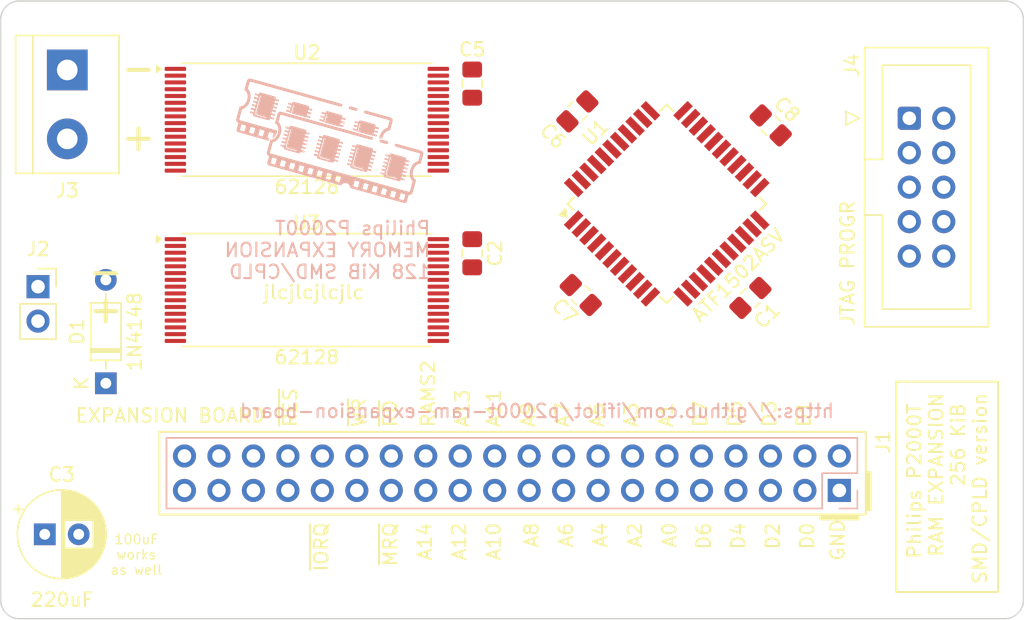
<source format=kicad_pcb>
(kicad_pcb (version 20241229) (generator "pcbnew") (generator_version "9.0")
  (title_block (title "Philips P2000T 64kb memory expansion board") (date "2024-05-20") (rev "4"))
  (layers (0 "F.Cu" signal) (2 "B.Cu" signal) (13 "F.Paste" user) (15 "B.Paste" user) (5 "F.SilkS" user "F.Silkscreen") (7 "B.SilkS" user "B.Silkscreen") (1 "F.Mask" user) (3 "B.Mask" user) (25 "Edge.Cuts" user))
  (net 0 "")
  (net 2 "D0")
  (net 3 "D1")
  (net 4 "D2")
  (net 5 "D3")
  (net 6 "D4")
  (net 7 "D5")
  (net 8 "D6")
  (net 9 "D7")
  (net 10 "A0")
  (net 11 "A1")
  (net 12 "A2")
  (net 13 "A3")
  (net 14 "A4")
  (net 15 "A5")
  (net 16 "A6")
  (net 17 "A7")
  (net 18 "A8")
  (net 19 "A9")
  (net 20 "A10")
  (net 21 "A11")
  (net 22 "A12")
  (net 23 "A13")
  (net 24 "A14")
  (net 25 "RAMS2")
  (net 26 "~{MRQ}")
  (net 27 "~{RD}")
  (net 28 "~{WR}")
  (net 29 "~{IORQ}")
  (net 30 "~{RES}")
  (net 40 "GND")
  (net 41 "~{CS2}")
  (net 44 "+5V")
  (net 46 "TMS")
  (net 47 "~{CS1}")
  (net 49 "TDO")
  (net 50 "TCK")
  (net 51 "TDI")
  (net 53 "VCC")
  (net 54 "R0")
  (net 55 "R2")
  (net 57 "R1")
  (net 58 "R3")
  (footprint "Capacitor_SMD:C_0805_2012Metric_Pad1.18x1.45mm_HandSolder" (layer "F.Cu") (at 92.5 66.3328 -135)
    (property "Reference" "C1" (at 0.0625 -1.8 45) (layer "F.SilkS"))
    (property "Value" "0.1uF")
    (pad "1" smd roundrect (at -1.0375 0 225) (size 1.175 1.45) (layers "F.Cu" "F.Mask" "F.Paste") (roundrect_rratio 0.212766) (net 44 "+5V"))
    (pad "2" smd roundrect (at 1.0375 0 225) (size 1.175 1.45) (layers "F.Cu" "F.Mask" "F.Paste") (roundrect_rratio 0.212766) (net 40 "GND"))
  )
  (footprint "Diode_THT:D_DO-35_SOD27_P7.62mm_Horizontal" (layer "F.Cu") (at 45 72.62 90)
    (property "Reference" "D1" (at 3.81 -2.12 270) (layer "F.SilkS"))
    (property "Value" "1N4148" (at 3.81 2.12 270) (layer "F.SilkS"))
    (fp_text user "K" (at 0 -1.8 270) (layer "F.SilkS"))
    (pad "1" thru_hole rect (at 0 0 90) (size 1.6 1.6) (drill 0.8) (layers "*.Cu" "*.Mask") (net 44 "+5V"))
    (pad "2" thru_hole oval (at 7.62 0 90) (size 1.6 1.6) (drill 0.8) (layers "*.Cu" "*.Mask") (net 53 "VCC"))
  )
  (footprint "Capacitor_SMD:C_0805_2012Metric_Pad1.18x1.45mm_HandSolder" (layer "F.Cu") (at 72 50.5375 -90)
    (property "Reference" "C5" (at -2.5185 0 0) (layer "F.SilkS"))
    (property "Value" "0.1uF")
    (pad "1" smd roundrect (at -1.0375 0 270) (size 1.175 1.45) (layers "F.Cu" "F.Mask" "F.Paste") (roundrect_rratio 0.212766) (net 44 "+5V"))
    (pad "2" smd roundrect (at 1.0375 0 270) (size 1.175 1.45) (layers "F.Cu" "F.Mask" "F.Paste") (roundrect_rratio 0.212766) (net 40 "GND"))
  )
  (footprint "Capacitor_SMD:C_0805_2012Metric_Pad1.18x1.45mm_HandSolder" (layer "F.Cu") (at 72 63.0375 -90)
    (property "Reference" "C2" (at 0 -1.68 90) (layer "F.SilkS"))
    (property "Value" "0.1uF")
    (pad "1" smd roundrect (at -1.0375 0 270) (size 1.175 1.45) (layers "F.Cu" "F.Mask" "F.Paste") (roundrect_rratio 0.212766) (net 44 "+5V"))
    (pad "2" smd roundrect (at 1.0375 0 270) (size 1.175 1.45) (layers "F.Cu" "F.Mask" "F.Paste") (roundrect_rratio 0.212766) (net 40 "GND"))
  )
  (footprint "Connector_IDC:IDC-Header_2x05_P2.54mm_Vertical" (layer "F.Cu") (at 104.21 53.09)
    (property "Reference" "J4" (at -4.21 -3.91 90) (layer "F.SilkS"))
    (property "Value" "Atmel-JTAG-10")
    (pad "1" thru_hole roundrect (at 0 0) (size 1.7 1.7) (drill 1) (layers "*.Cu" "*.Mask") (roundrect_rratio 0.147059) (net 50 "TCK"))
    (pad "2" thru_hole circle (at 2.54 0) (size 1.7 1.7) (drill 1) (layers "*.Cu" "*.Mask") (net 40 "GND"))
    (pad "3" thru_hole circle (at 0 2.54) (size 1.7 1.7) (drill 1) (layers "*.Cu" "*.Mask") (net 49 "TDO"))
    (pad "4" thru_hole circle (at 2.54 2.54) (size 1.7 1.7) (drill 1) (layers "*.Cu" "*.Mask") (net 44 "+5V"))
    (pad "5" thru_hole circle (at 0 5.08) (size 1.7 1.7) (drill 1) (layers "*.Cu" "*.Mask") (net 46 "TMS"))
    (pad "6" thru_hole circle (at 2.54 5.08) (size 1.7 1.7) (drill 1) (layers "*.Cu" "*.Mask"))
    (pad "7" thru_hole circle (at 0 7.62) (size 1.7 1.7) (drill 1) (layers "*.Cu" "*.Mask"))
    (pad "8" thru_hole circle (at 2.54 7.62) (size 1.7 1.7) (drill 1) (layers "*.Cu" "*.Mask"))
    (pad "9" thru_hole circle (at 0 10.16) (size 1.7 1.7) (drill 1) (layers "*.Cu" "*.Mask") (net 51 "TDI"))
    (pad "10" thru_hole circle (at 2.54 10.16) (size 1.7 1.7) (drill 1) (layers "*.Cu" "*.Mask") (net 40 "GND"))
  )
  (footprint "Connector_PinSocket_2.54mm:PinSocket_1x02_P2.54mm_Vertical" (layer "F.Cu") (at 40 65.5)
    (property "Reference" "J2" (at 0 -2.77 0) (layer "F.SilkS"))
    (property "Value" "POWER")
    (pad "1" thru_hole rect (at 0 0) (size 1.7 1.7) (drill 1) (layers "*.Cu" "*.Mask") (net 40 "GND"))
    (pad "2" thru_hole oval (at 0 2.54) (size 1.7 1.7) (drill 1) (layers "*.Cu" "*.Mask") (net 53 "VCC"))
  )
  (footprint "Capacitor_SMD:C_0805_2012Metric_Pad1.18x1.45mm_HandSolder" (layer "F.Cu") (at 79.75 52.5828 45)
    (property "Reference" "C6" (at -2.5615 0 135) (layer "F.SilkS"))
    (property "Value" "0.1uF")
    (pad "1" smd roundrect (at -1.0375 0 45) (size 1.175 1.45) (layers "F.Cu" "F.Mask" "F.Paste") (roundrect_rratio 0.212766) (net 44 "+5V"))
    (pad "2" smd roundrect (at 1.0375 0 45) (size 1.175 1.45) (layers "F.Cu" "F.Mask" "F.Paste") (roundrect_rratio 0.212766) (net 40 "GND"))
  )
  (footprint "Package_SO:TSOP-I-32_18.4x8mm_P0.5mm" (layer "F.Cu") (at 59.8125 53.2)
    (property "Reference" "U2" (at 0 -4.95 0) (layer "F.SilkS"))
    (property "Value" "62128" (at 0 4.95 0) (layer "F.SilkS"))
    (pad "1" smd roundrect (at -9.6875 -3.75) (size 1.575 0.3) (layers "F.Cu" "F.Mask" "F.Paste"))
    (pad "2" smd roundrect (at -9.6875 -3.25) (size 1.575 0.3) (layers "F.Cu" "F.Mask" "F.Paste") (net 58 "R3"))
    (pad "3" smd roundrect (at -9.6875 -2.75) (size 1.575 0.3) (layers "F.Cu" "F.Mask" "F.Paste") (net 57 "R1"))
    (pad "4" smd roundrect (at -9.6875 -2.25) (size 1.575 0.3) (layers "F.Cu" "F.Mask" "F.Paste") (net 22 "A12"))
    (pad "5" smd roundrect (at -9.6875 -1.75) (size 1.575 0.3) (layers "F.Cu" "F.Mask" "F.Paste") (net 17 "A7"))
    (pad "6" smd roundrect (at -9.6875 -1.25) (size 1.575 0.3) (layers "F.Cu" "F.Mask" "F.Paste") (net 16 "A6"))
    (pad "7" smd roundrect (at -9.6875 -0.75) (size 1.575 0.3) (layers "F.Cu" "F.Mask" "F.Paste") (net 15 "A5"))
    (pad "8" smd roundrect (at -9.6875 -0.25) (size 1.575 0.3) (layers "F.Cu" "F.Mask" "F.Paste") (net 14 "A4"))
    (pad "9" smd roundrect (at -9.6875 0.25) (size 1.575 0.3) (layers "F.Cu" "F.Mask" "F.Paste") (net 13 "A3"))
    (pad "10" smd roundrect (at -9.6875 0.75) (size 1.575 0.3) (layers "F.Cu" "F.Mask" "F.Paste") (net 12 "A2"))
    (pad "11" smd roundrect (at -9.6875 1.25) (size 1.575 0.3) (layers "F.Cu" "F.Mask" "F.Paste") (net 11 "A1"))
    (pad "12" smd roundrect (at -9.6875 1.75) (size 1.575 0.3) (layers "F.Cu" "F.Mask" "F.Paste") (net 10 "A0"))
    (pad "13" smd roundrect (at -9.6875 2.25) (size 1.575 0.3) (layers "F.Cu" "F.Mask" "F.Paste") (net 2 "D0"))
    (pad "14" smd roundrect (at -9.6875 2.75) (size 1.575 0.3) (layers "F.Cu" "F.Mask" "F.Paste") (net 3 "D1"))
    (pad "15" smd roundrect (at -9.6875 3.25) (size 1.575 0.3) (layers "F.Cu" "F.Mask" "F.Paste") (net 4 "D2"))
    (pad "16" smd roundrect (at -9.6875 3.75) (size 1.575 0.3) (layers "F.Cu" "F.Mask" "F.Paste") (net 40 "GND"))
    (pad "17" smd roundrect (at 9.6875 3.75) (size 1.575 0.3) (layers "F.Cu" "F.Mask" "F.Paste") (net 5 "D3"))
    (pad "18" smd roundrect (at 9.6875 3.25) (size 1.575 0.3) (layers "F.Cu" "F.Mask" "F.Paste") (net 6 "D4"))
    (pad "19" smd roundrect (at 9.6875 2.75) (size 1.575 0.3) (layers "F.Cu" "F.Mask" "F.Paste") (net 7 "D5"))
    (pad "20" smd roundrect (at 9.6875 2.25) (size 1.575 0.3) (layers "F.Cu" "F.Mask" "F.Paste") (net 8 "D6"))
    (pad "21" smd roundrect (at 9.6875 1.75) (size 1.575 0.3) (layers "F.Cu" "F.Mask" "F.Paste") (net 9 "D7"))
    (pad "22" smd roundrect (at 9.6875 1.25) (size 1.575 0.3) (layers "F.Cu" "F.Mask" "F.Paste") (net 47 "~{CS1}"))
    (pad "23" smd roundrect (at 9.6875 0.75) (size 1.575 0.3) (layers "F.Cu" "F.Mask" "F.Paste") (net 20 "A10"))
    (pad "24" smd roundrect (at 9.6875 0.25) (size 1.575 0.3) (layers "F.Cu" "F.Mask" "F.Paste") (net 27 "~{RD}"))
    (pad "25" smd roundrect (at 9.6875 -0.25) (size 1.575 0.3) (layers "F.Cu" "F.Mask" "F.Paste") (net 21 "A11"))
    (pad "26" smd roundrect (at 9.6875 -0.75) (size 1.575 0.3) (layers "F.Cu" "F.Mask" "F.Paste") (net 19 "A9"))
    (pad "27" smd roundrect (at 9.6875 -1.25) (size 1.575 0.3) (layers "F.Cu" "F.Mask" "F.Paste") (net 18 "A8"))
    (pad "28" smd roundrect (at 9.6875 -1.75) (size 1.575 0.3) (layers "F.Cu" "F.Mask" "F.Paste") (net 54 "R0"))
    (pad "29" smd roundrect (at 9.6875 -2.25) (size 1.575 0.3) (layers "F.Cu" "F.Mask" "F.Paste") (net 28 "~{WR}"))
    (pad "30" smd roundrect (at 9.6875 -2.75) (size 1.575 0.3) (layers "F.Cu" "F.Mask" "F.Paste") (net 44 "+5V"))
    (pad "31" smd roundrect (at 9.6875 -3.25) (size 1.575 0.3) (layers "F.Cu" "F.Mask" "F.Paste") (net 55 "R2"))
    (pad "32" smd roundrect (at 9.6875 -3.75) (size 1.575 0.3) (layers "F.Cu" "F.Mask" "F.Paste") (net 44 "+5V"))
  )
  (footprint "Package_QFP:TQFP-44_10x10mm_P0.8mm" (layer "F.Cu") (at 86.3336 59.3991 45)
    (property "Reference" "U1" (at 0 -7.450001 45) (layer "F.SilkS"))
    (property "Value" "ATF1502ASV" (at 0 7.450001 45) (layer "F.SilkS"))
    (pad "1" smd rect (at -5.7 -4 45) (size 1.5 0.55) (layers "F.Cu" "F.Mask" "F.Paste") (net 51 "TDI"))
    (pad "2" smd rect (at -5.7 -3.2 45) (size 1.5 0.55) (layers "F.Cu" "F.Mask" "F.Paste") (net 10 "A0"))
    (pad "3" smd rect (at -5.7 -2.4 45) (size 1.5 0.55) (layers "F.Cu" "F.Mask" "F.Paste") (net 11 "A1"))
    (pad "4" smd rect (at -5.7 -1.6 45) (size 1.5 0.55) (layers "F.Cu" "F.Mask" "F.Paste") (net 40 "GND"))
    (pad "5" smd rect (at -5.7 -0.8 45) (size 1.5 0.55) (layers "F.Cu" "F.Mask" "F.Paste"))
    (pad "6" smd rect (at -5.7 0 45) (size 1.5 0.55) (layers "F.Cu" "F.Mask" "F.Paste") (net 12 "A2"))
    (pad "7" smd rect (at -5.7 0.8 45) (size 1.5 0.55) (layers "F.Cu" "F.Mask" "F.Paste") (net 46 "TMS"))
    (pad "8" smd rect (at -5.7 1.6 45) (size 1.5 0.55) (layers "F.Cu" "F.Mask" "F.Paste") (net 13 "A3"))
    (pad "9" smd rect (at -5.7 2.4 45) (size 1.5 0.55) (layers "F.Cu" "F.Mask" "F.Paste") (net 44 "+5V"))
    (pad "10" smd rect (at -5.7 3.2 45) (size 1.5 0.55) (layers "F.Cu" "F.Mask" "F.Paste") (net 14 "A4"))
    (pad "11" smd rect (at -5.7 4 45) (size 1.5 0.55) (layers "F.Cu" "F.Mask" "F.Paste") (net 15 "A5"))
    (pad "12" smd rect (at -4 5.7 135) (size 1.5 0.55) (layers "F.Cu" "F.Mask" "F.Paste") (net 16 "A6"))
    (pad "13" smd rect (at -3.2 5.7 135) (size 1.5 0.55) (layers "F.Cu" "F.Mask" "F.Paste") (net 17 "A7"))
    (pad "14" smd rect (at -2.4 5.7 135) (size 1.5 0.55) (layers "F.Cu" "F.Mask" "F.Paste") (net 26 "~{MRQ}"))
    (pad "15" smd rect (at -1.6 5.7 135) (size 1.5 0.55) (layers "F.Cu" "F.Mask" "F.Paste") (net 29 "~{IORQ}"))
    (pad "16" smd rect (at -0.8 5.7 135) (size 1.5 0.55) (layers "F.Cu" "F.Mask" "F.Paste") (net 40 "GND"))
    (pad "17" smd rect (at 0 5.7 135) (size 1.5 0.55) (layers "F.Cu" "F.Mask" "F.Paste") (net 44 "+5V"))
    (pad "18" smd rect (at 0.8 5.7 135) (size 1.5 0.55) (layers "F.Cu" "F.Mask" "F.Paste") (net 27 "~{RD}"))
    (pad "19" smd rect (at 1.6 5.7 135) (size 1.5 0.55) (layers "F.Cu" "F.Mask" "F.Paste") (net 47 "~{CS1}"))
    (pad "20" smd rect (at 2.4 5.7 135) (size 1.5 0.55) (layers "F.Cu" "F.Mask" "F.Paste") (net 28 "~{WR}"))
    (pad "21" smd rect (at 3.2 5.7 135) (size 1.5 0.55) (layers "F.Cu" "F.Mask" "F.Paste") (net 25 "RAMS2"))
    (pad "22" smd rect (at 4 5.7 135) (size 1.5 0.55) (layers "F.Cu" "F.Mask" "F.Paste") (net 41 "~{CS2}"))
    (pad "23" smd rect (at 5.7 4 45) (size 1.5 0.55) (layers "F.Cu" "F.Mask" "F.Paste") (net 2 "D0"))
    (pad "24" smd rect (at 5.7 3.2 45) (size 1.5 0.55) (layers "F.Cu" "F.Mask" "F.Paste") (net 40 "GND"))
    (pad "25" smd rect (at 5.7 2.4 45) (size 1.5 0.55) (layers "F.Cu" "F.Mask" "F.Paste") (net 3 "D1"))
    (pad "26" smd rect (at 5.7 1.6 45) (size 1.5 0.55) (layers "F.Cu" "F.Mask" "F.Paste") (net 50 "TCK"))
    (pad "27" smd rect (at 5.7 0.8 45) (size 1.5 0.55) (layers "F.Cu" "F.Mask" "F.Paste") (net 4 "D2"))
    (pad "28" smd rect (at 5.7 0 45) (size 1.5 0.55) (layers "F.Cu" "F.Mask" "F.Paste") (net 5 "D3"))
    (pad "29" smd rect (at 5.7 -0.8 45) (size 1.5 0.55) (layers "F.Cu" "F.Mask" "F.Paste") (net 44 "+5V"))
    (pad "30" smd rect (at 5.7 -1.6 45) (size 1.5 0.55) (layers "F.Cu" "F.Mask" "F.Paste") (net 6 "D4"))
    (pad "31" smd rect (at 5.7 -2.4 45) (size 1.5 0.55) (layers "F.Cu" "F.Mask" "F.Paste") (net 7 "D5"))
    (pad "32" smd rect (at 5.7 -3.2 45) (size 1.5 0.55) (layers "F.Cu" "F.Mask" "F.Paste") (net 49 "TDO"))
    (pad "33" smd rect (at 5.7 -4 45) (size 1.5 0.55) (layers "F.Cu" "F.Mask" "F.Paste") (net 8 "D6"))
    (pad "34" smd rect (at 4 -5.7 135) (size 1.5 0.55) (layers "F.Cu" "F.Mask" "F.Paste") (net 9 "D7"))
    (pad "35" smd rect (at 3.2 -5.7 135) (size 1.5 0.55) (layers "F.Cu" "F.Mask" "F.Paste") (net 54 "R0"))
    (pad "36" smd rect (at 2.4 -5.7 135) (size 1.5 0.55) (layers "F.Cu" "F.Mask" "F.Paste") (net 40 "GND"))
    (pad "37" smd rect (at 1.6 -5.7 135) (size 1.5 0.55) (layers "F.Cu" "F.Mask" "F.Paste") (net 23 "A13"))
    (pad "38" smd rect (at 0.8 -5.7 135) (size 1.5 0.55) (layers "F.Cu" "F.Mask" "F.Paste") (net 24 "A14"))
    (pad "39" smd rect (at 0 -5.7 135) (size 1.5 0.55) (layers "F.Cu" "F.Mask" "F.Paste"))
    (pad "40" smd rect (at -0.8 -5.7 135) (size 1.5 0.55) (layers "F.Cu" "F.Mask" "F.Paste") (net 30 "~{RES}"))
    (pad "41" smd rect (at -1.6 -5.7 135) (size 1.5 0.55) (layers "F.Cu" "F.Mask" "F.Paste") (net 44 "+5V"))
    (pad "42" smd rect (at -2.4 -5.7 135) (size 1.5 0.55) (layers "F.Cu" "F.Mask" "F.Paste") (net 57 "R1"))
    (pad "43" smd rect (at -3.2 -5.7 135) (size 1.5 0.55) (layers "F.Cu" "F.Mask" "F.Paste") (net 55 "R2"))
    (pad "44" smd rect (at -4 -5.7 135) (size 1.5 0.55) (layers "F.Cu" "F.Mask" "F.Paste") (net 58 "R3"))
  )
  (footprint "Capacitor_THT:CP_Radial_D6.3mm_P2.50mm" (layer "F.Cu") (at 40.5 83.75)
    (property "Reference" "C3" (at 1.25 -4.4 0) (layer "F.SilkS"))
    (property "Value" "220uF" (at 1.27 4.826 0) (layer "F.SilkS"))
    (pad "1" thru_hole rect (at 0 0) (size 1.6 1.6) (drill 0.8) (layers "*.Cu" "*.Mask") (net 44 "+5V"))
    (pad "2" thru_hole circle (at 2.5 0) (size 1.6 1.6) (drill 0.8) (layers "*.Cu" "*.Mask") (net 40 "GND"))
  )
  (footprint "Package_SO:TSOP-I-32_18.4x8mm_P0.5mm" (layer "F.Cu") (at 59.8125 65.75)
    (property "Reference" "U3" (at 0 -4.95 0) (layer "F.SilkS"))
    (property "Value" "62128" (at 0 4.95 0) (layer "F.SilkS"))
    (pad "1" smd roundrect (at -9.6875 -3.75) (size 1.575 0.3) (layers "F.Cu" "F.Mask" "F.Paste"))
    (pad "2" smd roundrect (at -9.6875 -3.25) (size 1.575 0.3) (layers "F.Cu" "F.Mask" "F.Paste") (net 58 "R3"))
    (pad "3" smd roundrect (at -9.6875 -2.75) (size 1.575 0.3) (layers "F.Cu" "F.Mask" "F.Paste") (net 57 "R1"))
    (pad "4" smd roundrect (at -9.6875 -2.25) (size 1.575 0.3) (layers "F.Cu" "F.Mask" "F.Paste") (net 22 "A12"))
    (pad "5" smd roundrect (at -9.6875 -1.75) (size 1.575 0.3) (layers "F.Cu" "F.Mask" "F.Paste") (net 17 "A7"))
    (pad "6" smd roundrect (at -9.6875 -1.25) (size 1.575 0.3) (layers "F.Cu" "F.Mask" "F.Paste") (net 16 "A6"))
    (pad "7" smd roundrect (at -9.6875 -0.75) (size 1.575 0.3) (layers "F.Cu" "F.Mask" "F.Paste") (net 15 "A5"))
    (pad "8" smd roundrect (at -9.6875 -0.25) (size 1.575 0.3) (layers "F.Cu" "F.Mask" "F.Paste") (net 14 "A4"))
    (pad "9" smd roundrect (at -9.6875 0.25) (size 1.575 0.3) (layers "F.Cu" "F.Mask" "F.Paste") (net 13 "A3"))
    (pad "10" smd roundrect (at -9.6875 0.75) (size 1.575 0.3) (layers "F.Cu" "F.Mask" "F.Paste") (net 12 "A2"))
    (pad "11" smd roundrect (at -9.6875 1.25) (size 1.575 0.3) (layers "F.Cu" "F.Mask" "F.Paste") (net 11 "A1"))
    (pad "12" smd roundrect (at -9.6875 1.75) (size 1.575 0.3) (layers "F.Cu" "F.Mask" "F.Paste") (net 10 "A0"))
    (pad "13" smd roundrect (at -9.6875 2.25) (size 1.575 0.3) (layers "F.Cu" "F.Mask" "F.Paste") (net 2 "D0"))
    (pad "14" smd roundrect (at -9.6875 2.75) (size 1.575 0.3) (layers "F.Cu" "F.Mask" "F.Paste") (net 3 "D1"))
    (pad "15" smd roundrect (at -9.6875 3.25) (size 1.575 0.3) (layers "F.Cu" "F.Mask" "F.Paste") (net 4 "D2"))
    (pad "16" smd roundrect (at -9.6875 3.75) (size 1.575 0.3) (layers "F.Cu" "F.Mask" "F.Paste") (net 40 "GND"))
    (pad "17" smd roundrect (at 9.6875 3.75) (size 1.575 0.3) (layers "F.Cu" "F.Mask" "F.Paste") (net 5 "D3"))
    (pad "18" smd roundrect (at 9.6875 3.25) (size 1.575 0.3) (layers "F.Cu" "F.Mask" "F.Paste") (net 6 "D4"))
    (pad "19" smd roundrect (at 9.6875 2.75) (size 1.575 0.3) (layers "F.Cu" "F.Mask" "F.Paste") (net 7 "D5"))
    (pad "20" smd roundrect (at 9.6875 2.25) (size 1.575 0.3) (layers "F.Cu" "F.Mask" "F.Paste") (net 8 "D6"))
    (pad "21" smd roundrect (at 9.6875 1.75) (size 1.575 0.3) (layers "F.Cu" "F.Mask" "F.Paste") (net 9 "D7"))
    (pad "22" smd roundrect (at 9.6875 1.25) (size 1.575 0.3) (layers "F.Cu" "F.Mask" "F.Paste") (net 41 "~{CS2}"))
    (pad "23" smd roundrect (at 9.6875 0.75) (size 1.575 0.3) (layers "F.Cu" "F.Mask" "F.Paste") (net 20 "A10"))
    (pad "24" smd roundrect (at 9.6875 0.25) (size 1.575 0.3) (layers "F.Cu" "F.Mask" "F.Paste") (net 27 "~{RD}"))
    (pad "25" smd roundrect (at 9.6875 -0.25) (size 1.575 0.3) (layers "F.Cu" "F.Mask" "F.Paste") (net 21 "A11"))
    (pad "26" smd roundrect (at 9.6875 -0.75) (size 1.575 0.3) (layers "F.Cu" "F.Mask" "F.Paste") (net 19 "A9"))
    (pad "27" smd roundrect (at 9.6875 -1.25) (size 1.575 0.3) (layers "F.Cu" "F.Mask" "F.Paste") (net 18 "A8"))
    (pad "28" smd roundrect (at 9.6875 -1.75) (size 1.575 0.3) (layers "F.Cu" "F.Mask" "F.Paste") (net 54 "R0"))
    (pad "29" smd roundrect (at 9.6875 -2.25) (size 1.575 0.3) (layers "F.Cu" "F.Mask" "F.Paste") (net 28 "~{WR}"))
    (pad "30" smd roundrect (at 9.6875 -2.75) (size 1.575 0.3) (layers "F.Cu" "F.Mask" "F.Paste") (net 44 "+5V"))
    (pad "31" smd roundrect (at 9.6875 -3.25) (size 1.575 0.3) (layers "F.Cu" "F.Mask" "F.Paste") (net 55 "R2"))
    (pad "32" smd roundrect (at 9.6875 -3.75) (size 1.575 0.3) (layers "F.Cu" "F.Mask" "F.Paste") (net 44 "+5V"))
  )
  (footprint "Capacitor_SMD:C_0805_2012Metric_Pad1.18x1.45mm_HandSolder" (layer "F.Cu") (at 80 66.1155 135)
    (property "Reference" "C7" (at 0 -1.679999 135) (layer "F.SilkS"))
    (property "Value" "0.1uF")
    (pad "1" smd roundrect (at -1.0375 0 135) (size 1.175 1.45) (layers "F.Cu" "F.Mask" "F.Paste") (roundrect_rratio 0.212766) (net 44 "+5V"))
    (pad "2" smd roundrect (at 1.0375 0 135) (size 1.175 1.45) (layers "F.Cu" "F.Mask" "F.Paste") (roundrect_rratio 0.212766) (net 40 "GND"))
  )
  (footprint "TerminalBlock:TerminalBlock_bornier-2_P5.08mm" (layer "F.Cu") (at 42.158 49.53 -90)
    (property "Reference" "J3" (at 8.89 0 180) (layer "F.SilkS"))
    (property "Value" "TERMINAL")
    (pad "1" thru_hole rect (at 0 0 270) (size 3 3) (drill 1.52) (layers "*.Cu" "*.Mask") (net 40 "GND"))
    (pad "2" thru_hole circle (at 5.08 0 270) (size 3 3) (drill 1.52) (layers "*.Cu" "*.Mask") (net 53 "VCC"))
  )
  (footprint "Capacitor_SMD:C_0805_2012Metric_Pad1.18x1.45mm_HandSolder" (layer "F.Cu") (at 94 53.6155 -45)
    (property "Reference" "C8" (at 0 -1.679999 135) (layer "F.SilkS"))
    (property "Value" "0.1uF")
    (pad "1" smd roundrect (at -1.0375 0 315) (size 1.175 1.45) (layers "F.Cu" "F.Mask" "F.Paste") (roundrect_rratio 0.212766) (net 44 "+5V"))
    (pad "2" smd roundrect (at 1.0375 0 315) (size 1.175 1.45) (layers "F.Cu" "F.Mask" "F.Paste") (roundrect_rratio 0.212766) (net 40 "GND"))
  )
  (footprint "components:ram-stick-logo" (layer "B.Cu") (at 61.5 54.75 180)
    (property "Reference" "G***")
    (property "Value" "LOGO" (hide yes))
  )
  (footprint "Connector_PinHeader_2.54mm:PinHeader_2x20_P2.54mm_Vertical" (layer "B.Cu") (at 99.055 80.518 90)
    (property "Reference" "J1" (at 3.556 3.223 90) (layer "F.SilkS"))
    (property "Value" "EXPANSION BOARD" (at 5.518 -49.305 0) (layer "F.SilkS"))
    (pad "1" thru_hole rect (at 0 0 90) (size 1.7 1.7) (drill 1) (layers "*.Cu" "*.Mask") (net 40 "GND"))
    (pad "2" thru_hole oval (at 2.54 0 90) (size 1.7 1.7) (drill 1) (layers "*.Cu" "*.Mask"))
    (pad "3" thru_hole oval (at 0 -2.54 90) (size 1.7 1.7) (drill 1) (layers "*.Cu" "*.Mask") (net 2 "D0"))
    (pad "4" thru_hole oval (at 2.54 -2.54 90) (size 1.7 1.7) (drill 1) (layers "*.Cu" "*.Mask") (net 3 "D1"))
    (pad "5" thru_hole oval (at 0 -5.08 90) (size 1.7 1.7) (drill 1) (layers "*.Cu" "*.Mask") (net 4 "D2"))
    (pad "6" thru_hole oval (at 2.54 -5.08 90) (size 1.7 1.7) (drill 1) (layers "*.Cu" "*.Mask") (net 5 "D3"))
    (pad "7" thru_hole oval (at 0 -7.62 90) (size 1.7 1.7) (drill 1) (layers "*.Cu" "*.Mask") (net 6 "D4"))
    (pad "8" thru_hole oval (at 2.54 -7.62 90) (size 1.7 1.7) (drill 1) (layers "*.Cu" "*.Mask") (net 7 "D5"))
    (pad "9" thru_hole oval (at 0 -10.16 90) (size 1.7 1.7) (drill 1) (layers "*.Cu" "*.Mask") (net 8 "D6"))
    (pad "10" thru_hole oval (at 2.54 -10.16 90) (size 1.7 1.7) (drill 1) (layers "*.Cu" "*.Mask") (net 9 "D7"))
    (pad "11" thru_hole oval (at 0 -12.7 90) (size 1.7 1.7) (drill 1) (layers "*.Cu" "*.Mask") (net 10 "A0"))
    (pad "12" thru_hole oval (at 2.54 -12.7 90) (size 1.7 1.7) (drill 1) (layers "*.Cu" "*.Mask") (net 11 "A1"))
    (pad "13" thru_hole oval (at 0 -15.24 90) (size 1.7 1.7) (drill 1) (layers "*.Cu" "*.Mask") (net 12 "A2"))
    (pad "14" thru_hole oval (at 2.54 -15.24 90) (size 1.7 1.7) (drill 1) (layers "*.Cu" "*.Mask") (net 13 "A3"))
    (pad "15" thru_hole oval (at 0 -17.78 90) (size 1.7 1.7) (drill 1) (layers "*.Cu" "*.Mask") (net 14 "A4"))
    (pad "16" thru_hole oval (at 2.54 -17.78 90) (size 1.7 1.7) (drill 1) (layers "*.Cu" "*.Mask") (net 15 "A5"))
    (pad "17" thru_hole oval (at 0 -20.32 90) (size 1.7 1.7) (drill 1) (layers "*.Cu" "*.Mask") (net 16 "A6"))
    (pad "18" thru_hole oval (at 2.54 -20.32 90) (size 1.7 1.7) (drill 1) (layers "*.Cu" "*.Mask") (net 17 "A7"))
    (pad "19" thru_hole oval (at 0 -22.86 90) (size 1.7 1.7) (drill 1) (layers "*.Cu" "*.Mask") (net 18 "A8"))
    (pad "20" thru_hole oval (at 2.54 -22.86 90) (size 1.7 1.7) (drill 1) (layers "*.Cu" "*.Mask") (net 19 "A9"))
    (pad "21" thru_hole oval (at 0 -25.4 90) (size 1.7 1.7) (drill 1) (layers "*.Cu" "*.Mask") (net 20 "A10"))
    (pad "22" thru_hole oval (at 2.54 -25.4 90) (size 1.7 1.7) (drill 1) (layers "*.Cu" "*.Mask") (net 21 "A11"))
    (pad "23" thru_hole oval (at 0 -27.94 90) (size 1.7 1.7) (drill 1) (layers "*.Cu" "*.Mask") (net 22 "A12"))
    (pad "24" thru_hole oval (at 2.54 -27.94 90) (size 1.7 1.7) (drill 1) (layers "*.Cu" "*.Mask") (net 23 "A13"))
    (pad "25" thru_hole oval (at 0 -30.48 90) (size 1.7 1.7) (drill 1) (layers "*.Cu" "*.Mask") (net 24 "A14"))
    (pad "26" thru_hole oval (at 2.54 -30.48 90) (size 1.7 1.7) (drill 1) (layers "*.Cu" "*.Mask") (net 25 "RAMS2"))
    (pad "27" thru_hole oval (at 0 -33.02 90) (size 1.7 1.7) (drill 1) (layers "*.Cu" "*.Mask") (net 26 "~{MRQ}"))
    (pad "28" thru_hole oval (at 2.54 -33.02 90) (size 1.7 1.7) (drill 1) (layers "*.Cu" "*.Mask") (net 27 "~{RD}"))
    (pad "29" thru_hole oval (at 0 -35.56 90) (size 1.7 1.7) (drill 1) (layers "*.Cu" "*.Mask"))
    (pad "30" thru_hole oval (at 2.54 -35.56 90) (size 1.7 1.7) (drill 1) (layers "*.Cu" "*.Mask") (net 28 "~{WR}"))
    (pad "31" thru_hole oval (at 0 -38.1 90) (size 1.7 1.7) (drill 1) (layers "*.Cu" "*.Mask") (net 29 "~{IORQ}"))
    (pad "32" thru_hole oval (at 2.54 -38.1 90) (size 1.7 1.7) (drill 1) (layers "*.Cu" "*.Mask"))
    (pad "33" thru_hole oval (at 0 -40.64 90) (size 1.7 1.7) (drill 1) (layers "*.Cu" "*.Mask"))
    (pad "34" thru_hole oval (at 2.54 -40.64 90) (size 1.7 1.7) (drill 1) (layers "*.Cu" "*.Mask") (net 30 "~{RES}"))
    (pad "35" thru_hole oval (at 0 -43.18 90) (size 1.7 1.7) (drill 1) (layers "*.Cu" "*.Mask"))
    (pad "36" thru_hole oval (at 2.54 -43.18 90) (size 1.7 1.7) (drill 1) (layers "*.Cu" "*.Mask"))
    (pad "37" thru_hole oval (at 0 -45.72 90) (size 1.7 1.7) (drill 1) (layers "*.Cu" "*.Mask"))
    (pad "38" thru_hole oval (at 2.54 -45.72 90) (size 1.7 1.7) (drill 1) (layers "*.Cu" "*.Mask"))
    (pad "39" thru_hole oval (at 0 -48.26 90) (size 1.7 1.7) (drill 1) (layers "*.Cu" "*.Mask"))
    (pad "40" thru_hole oval (at 2.54 -48.26 90) (size 1.7 1.7) (drill 1) (layers "*.Cu" "*.Mask"))
  )
  (gr_rect (start 97.663 82.3976) (end 100.457 82.6516) (stroke (width 0.15)) (fill yes) (layer "F.SilkS"))
  (gr_rect (start 103.25 72.5) (end 110.75 88) (stroke (width 0.15)) (fill no) (layer "F.SilkS"))
  (gr_rect (start 101.092 79.1718) (end 101.346 81.9658) (stroke (width 0.15)) (fill yes) (layer "F.SilkS"))
  (gr_rect (start 48.938 76.2) (end 101.008 82.296) (stroke (width 0.15)) (fill no) (layer "F.SilkS"))
  (gr_line (start 112.6216 88.5952) (end 112.6216 45.8216) (stroke (width 0.1)) (layer "Edge.Cuts"))
  (gr_arc (start 37.25 45.8216) (mid 37.651732 44.851732) (end 38.6216 44.45) (stroke (width 0.1)) (layer "Edge.Cuts"))
  (gr_line (start 38.6216 89.9668) (end 111.25 89.9668) (stroke (width 0.1)) (layer "Edge.Cuts"))
  (gr_arc (start 111.25 44.45) (mid 112.219868 44.851732) (end 112.6216 45.8216) (stroke (width 0.1)) (layer "Edge.Cuts"))
  (gr_arc (start 112.6216 88.5952) (mid 112.219868 89.565068) (end 111.25 89.9668) (stroke (width 0.1)) (layer "Edge.Cuts"))
  (gr_line (start 37.25 45.8216) (end 37.25 88.5952) (stroke (width 0.1)) (layer "Edge.Cuts"))
  (gr_arc (start 38.6216 89.9668) (mid 37.651732 89.565068) (end 37.25 88.5952) (stroke (width 0.1)) (layer "Edge.Cuts"))
  (gr_line (start 111.25 44.45) (end 38.6216 44.45) (stroke (width 0.1)) (layer "Edge.Cuts"))
  (gr_text "~{RD}" (at 65.956 75.946 90) (layer "F.SilkS") (effects (font (size 1 1)) (justify left)))
  (gr_text "~{WR}" (at 63.67 75.946 90) (layer "F.SilkS") (effects (font (size 1 1)) (justify left)))
  (gr_text "A6" (at 78.91 82.804 90) (layer "F.SilkS") (effects (font (size 1 1)) (justify right)))
  (gr_text "A11" (at 73.576 75.946 90) (layer "F.SilkS") (effects (font (size 1 1)) (justify left)))
  (gr_text "JTAG PROGR" (at 100.25 68.46 90) (layer "F.SilkS") (effects (font (size 1 1)) (justify left bottom)))
  (gr_text "~{IORQ}" (at 60.876 82.804 90) (layer "F.SilkS") (effects (font (size 1 1)) (justify right)))
  (gr_text "A0" (at 86.53 82.804 90) (layer "F.SilkS") (effects (font (size 1 1)) (justify right)))
  (gr_text "D1" (at 96.436 75.946 90) (layer "F.SilkS") (effects (font (size 1 1)) (justify left)))
  (gr_text "A12" (at 71.036 82.804 90) (layer "F.SilkS") (effects (font (size 1 1)) (justify right)))
  (gr_text "D6" (at 89.07 82.804 90) (layer "F.SilkS") (effects (font (size 1 1)) (justify right)))
  (gr_text "A4" (at 81.45 82.804 90) (layer "F.SilkS") (effects (font (size 1 1)) (justify right)))
  (gr_text "jlcjlcjlcjlc" (at 56.5 66.5 0) (layer "F.SilkS") (effects (font (size 1 1)) (justify left bottom)))
  (gr_text "-" (at 43.555 65.532 0) (layer "F.SilkS") (effects (font (size 2 2) (thickness 0.3)) (justify left bottom)))
  (gr_text "A3" (at 83.736 75.946 90) (layer "F.SilkS") (effects (font (size 1 1)) (justify left)))
  (gr_text "RAMS2" (at 68.75 75.946 90) (layer "F.SilkS") (effects (font (size 1 1)) (justify left)))
  (gr_text "D4" (at 91.61 82.804 90) (layer "F.SilkS") (effects (font (size 1 1)) (justify right)))
  (gr_text "+" (at 45.968 55.626 0) (layer "F.SilkS") (effects (font (size 2 2) (thickness 0.3)) (justify left bottom)))
  (gr_text "A8" (at 76.37 82.804 90) (layer "F.SilkS") (effects (font (size 1 1)) (justify right)))
  (gr_text "~{MRQ}" (at 65.956 82.804 90) (layer "F.SilkS") (effects (font (size 1 1)) (justify right)))
  (gr_text "A7" (at 78.656 75.946 90) (layer "F.SilkS") (effects (font (size 1 1)) (justify left)))
  (gr_text "D7" (at 88.816 75.946 90) (layer "F.SilkS") (effects (font (size 1 1)) (justify left)))
  (gr_text "D5" (at 91.356 75.946 90) (layer "F.SilkS") (effects (font (size 1 1)) (justify left)))
  (gr_text "~{RES}" (at 58.59 75.946 90) (layer "F.SilkS") (effects (font (size 1 1)) (justify left)))
  (gr_text "D3" (at 93.896 75.946 90) (layer "F.SilkS") (effects (font (size 1 1)) (justify left)))
  (gr_text "Philips P2000T \nRAM EXPANSION\n256 KiB \nSMD/CPLD version" (at 110 73.25 90) (layer "F.SilkS") (effects (font (size 1 1)) (justify right bottom)))
  (gr_text "A10" (at 73.576 82.804 90) (layer "F.SilkS") (effects (font (size 1 1)) (justify right)))
  (gr_text "D0" (at 96.69 82.804 90) (layer "F.SilkS") (effects (font (size 1 1)) (justify right)))
  (gr_text "A2" (at 83.99 82.804 90) (layer "F.SilkS") (effects (font (size 1 1)) (justify right)))
  (gr_text "+" (at 43.555 68.326 0) (layer "F.SilkS") (effects (font (size 2 2) (thickness 0.3)) (justify left bottom)))
  (gr_text "GND" (at 98.93 82.55 90) (layer "F.SilkS") (effects (font (size 1 1)) (justify right)))
  (gr_text "-" (at 45.968 50.546 0) (layer "F.SilkS") (effects (font (size 2 2) (thickness 0.3)) (justify left bottom)))
  (gr_text "A14" (at 68.496 82.804 90) (layer "F.SilkS") (effects (font (size 1 1)) (justify right)))
  (gr_text "A1" (at 86.276 75.946 90) (layer "F.SilkS") (effects (font (size 1 1)) (justify left)))
  (gr_text "A5" (at 81.196 75.946 90) (layer "F.SilkS") (effects (font (size 1 1)) (justify left)))
  (gr_text "A9" (at 76.116 75.946 90) (layer "F.SilkS") (effects (font (size 1 1)) (justify left)))
  (gr_text "D2" (at 94.15 82.804 90) (layer "F.SilkS") (effects (font (size 1 1)) (justify right)))
  (gr_text "100uF\nworks\nas well" (at 47.25 85.25 0) (layer "F.SilkS") (effects (font (size 0.7 0.7) (thickness 0.1))))
  (gr_text "A13" (at 71.29 75.946 90) (layer "F.SilkS") (effects (font (size 1 1)) (justify left)))
  (gr_text "https://github.com/ifilot/p2000t-ram-expansion-board" (at 98.75 75.25 -0) (layer "B.SilkS") (effects (font (size 1 1)) (justify left bottom mirror)))
  (gr_text "Philips P2000T\nMEMORY EXPANSION\n128 KiB SMD/CPLD" (at 69 65 0) (layer "B.SilkS") (effects (font (size 1 1)) (justify left bottom mirror)))
)
</source>
